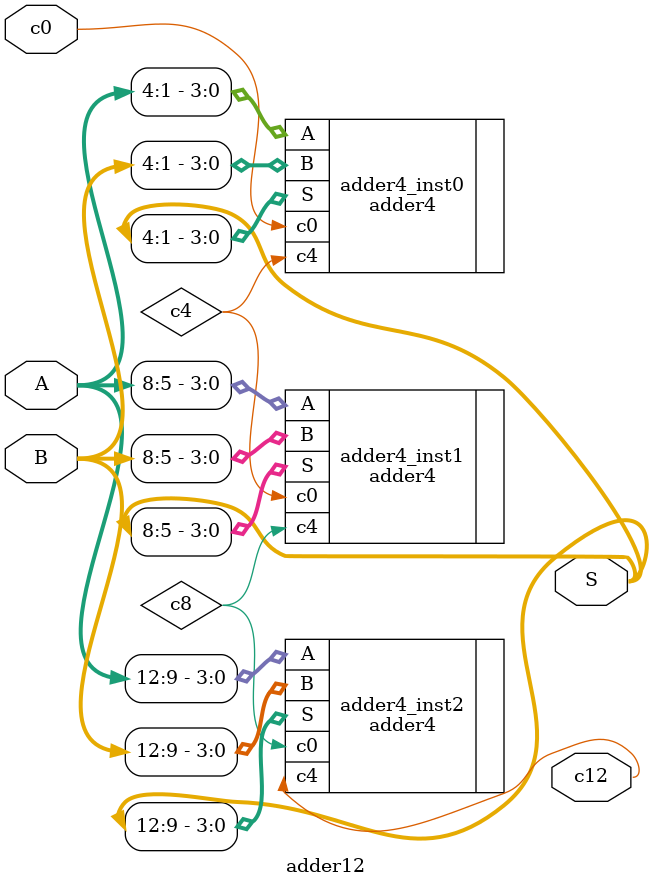
<source format=v>
`timescale 1ns/1ns
module adder12(
    input           [12:1]      A                 ,
    input           [12:1]      B                 ,
    input                       c0                ,
    output          [12:1]      S                 ,
    output                      c12               
);

    wire c4, c8;

    adder4 adder4_inst0(
        .A              (A[4:1]     )       ,
        .B              (B[4:1]     )       ,
        .c0             (c0         )       ,
        .S              (S[4:1]     )       ,
        .c4             (c4         )       
    );
	adder4 adder4_inst1(
        .A              (A[8:5]     )       ,
        .B              (B[8:5]     )       ,
        .c0             (c4         )       ,
        .S              (S[8:5]     )       ,
        .c4             (c8         )       
    );
	adder4 adder4_inst2(
        .A              (A[12:9]     )       ,
        .B              (B[12:9]     )       ,
        .c0             (c8         )       ,
        .S              (S[12:9]     )       ,
        .c4             (c12         )       
    );
	


endmodule


</source>
